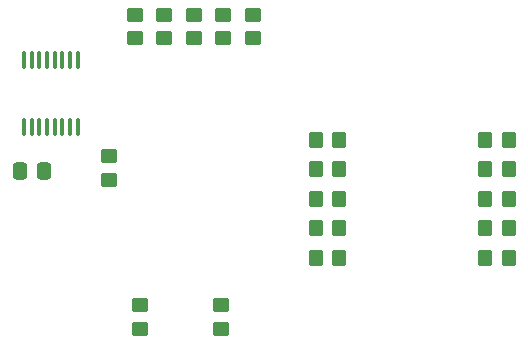
<source format=gbp>
%TF.GenerationSoftware,KiCad,Pcbnew,7.0.6*%
%TF.CreationDate,2023-07-13T14:44:59+02:00*%
%TF.ProjectId,LH_HeadLogicBoard_FreeJoy,4c485f48-6561-4644-9c6f-676963426f61,rev?*%
%TF.SameCoordinates,Original*%
%TF.FileFunction,Paste,Bot*%
%TF.FilePolarity,Positive*%
%FSLAX46Y46*%
G04 Gerber Fmt 4.6, Leading zero omitted, Abs format (unit mm)*
G04 Created by KiCad (PCBNEW 7.0.6) date 2023-07-13 14:44:59*
%MOMM*%
%LPD*%
G01*
G04 APERTURE LIST*
G04 Aperture macros list*
%AMRoundRect*
0 Rectangle with rounded corners*
0 $1 Rounding radius*
0 $2 $3 $4 $5 $6 $7 $8 $9 X,Y pos of 4 corners*
0 Add a 4 corners polygon primitive as box body*
4,1,4,$2,$3,$4,$5,$6,$7,$8,$9,$2,$3,0*
0 Add four circle primitives for the rounded corners*
1,1,$1+$1,$2,$3*
1,1,$1+$1,$4,$5*
1,1,$1+$1,$6,$7*
1,1,$1+$1,$8,$9*
0 Add four rect primitives between the rounded corners*
20,1,$1+$1,$2,$3,$4,$5,0*
20,1,$1+$1,$4,$5,$6,$7,0*
20,1,$1+$1,$6,$7,$8,$9,0*
20,1,$1+$1,$8,$9,$2,$3,0*%
G04 Aperture macros list end*
%ADD10RoundRect,0.100000X-0.100000X0.637500X-0.100000X-0.637500X0.100000X-0.637500X0.100000X0.637500X0*%
%ADD11RoundRect,0.250000X-0.337500X-0.475000X0.337500X-0.475000X0.337500X0.475000X-0.337500X0.475000X0*%
%ADD12RoundRect,0.250000X-0.350000X-0.450000X0.350000X-0.450000X0.350000X0.450000X-0.350000X0.450000X0*%
%ADD13RoundRect,0.250000X0.450000X-0.350000X0.450000X0.350000X-0.450000X0.350000X-0.450000X-0.350000X0*%
%ADD14RoundRect,0.250000X0.350000X0.450000X-0.350000X0.450000X-0.350000X-0.450000X0.350000X-0.450000X0*%
%ADD15RoundRect,0.250000X-0.450000X0.350000X-0.450000X-0.350000X0.450000X-0.350000X0.450000X0.350000X0*%
G04 APERTURE END LIST*
D10*
X34050000Y-42837500D03*
X34700000Y-42837500D03*
X35350000Y-42837500D03*
X36000000Y-42837500D03*
X36650000Y-42837500D03*
X37300000Y-42837500D03*
X37950000Y-42837500D03*
X38600000Y-42837500D03*
X38600000Y-48562500D03*
X37950000Y-48562500D03*
X37300000Y-48562500D03*
X36650000Y-48562500D03*
X36000000Y-48562500D03*
X35350000Y-48562500D03*
X34700000Y-48562500D03*
X34050000Y-48562500D03*
D11*
X33682500Y-52280000D03*
X35757500Y-52280000D03*
D12*
X73125000Y-49600000D03*
X75125000Y-49600000D03*
D13*
X45950000Y-41025000D03*
X45950000Y-39025000D03*
D12*
X73125000Y-57100000D03*
X75125000Y-57100000D03*
X73125000Y-54600000D03*
X75125000Y-54600000D03*
X58750000Y-49600000D03*
X60750000Y-49600000D03*
D14*
X60750000Y-57100000D03*
X58750000Y-57100000D03*
X60750000Y-54600000D03*
X58750000Y-54600000D03*
D12*
X73125000Y-52075000D03*
X75125000Y-52075000D03*
D13*
X50950000Y-41025000D03*
X50950000Y-39025000D03*
D12*
X73125000Y-59600000D03*
X75125000Y-59600000D03*
D13*
X48450000Y-41025000D03*
X48450000Y-39025000D03*
X53450000Y-41025000D03*
X53450000Y-39025000D03*
D15*
X41250000Y-51000000D03*
X41250000Y-53000000D03*
D12*
X58750000Y-52100000D03*
X60750000Y-52100000D03*
D13*
X43450000Y-41025000D03*
X43450000Y-39025000D03*
D15*
X50700000Y-63600000D03*
X50700000Y-65600000D03*
D14*
X60750000Y-59600000D03*
X58750000Y-59600000D03*
D15*
X43900000Y-63600000D03*
X43900000Y-65600000D03*
M02*

</source>
